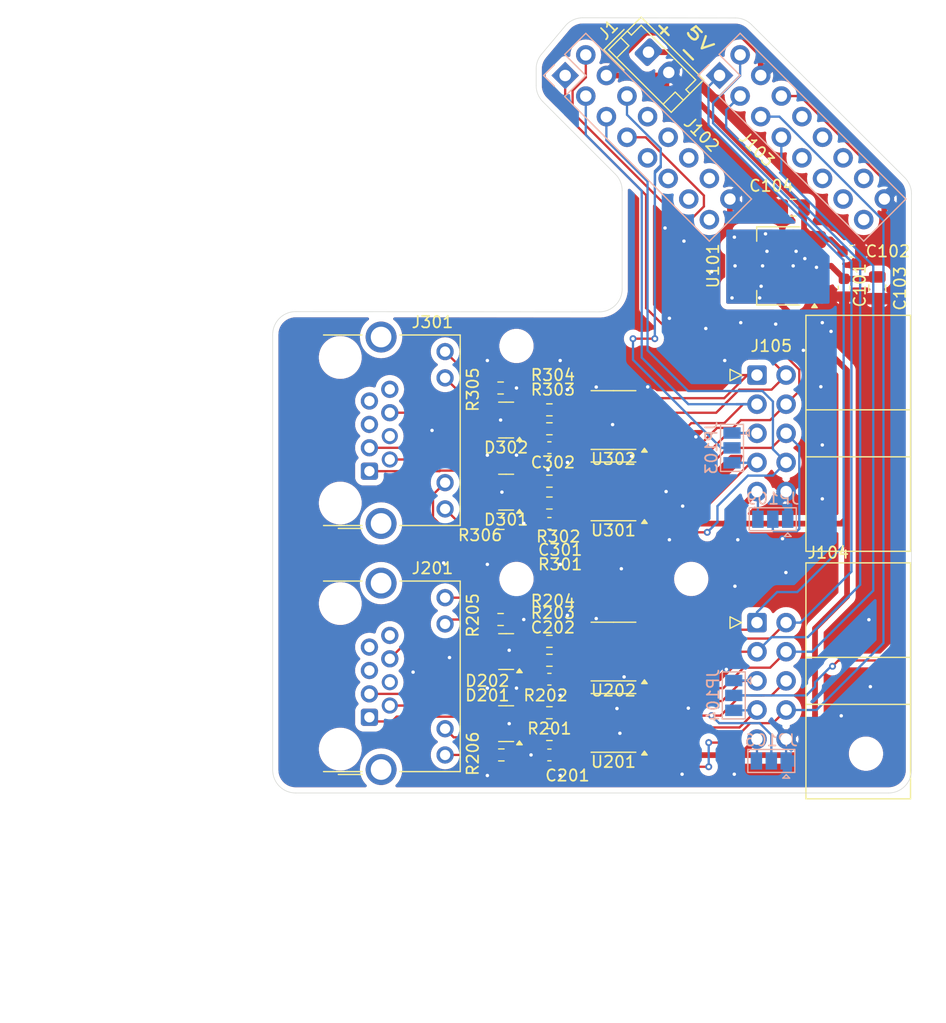
<source format=kicad_pcb>
(kicad_pcb (version 20240108) (generator "pcbnew") (generator_version "8.0")
  (layers (0 "F.Cu" signal) (31 "B.Cu" signal) (34 "B.Paste" user) (35 "F.Paste" user) (36 "B.SilkS" user "B.Silkscreen") (37 "F.SilkS" user "F.Silkscreen") (38 "B.Mask" user) (39 "F.Mask" user) (44 "Edge.Cuts" user))
  (net 0 "")
  (net 1 "GND")
  (net 2 "/VCC_5V")
  (net 3 "Net-(D201-A1)")
  (net 4 "/D2_5")
  (net 8 "/D1_5")
  (net 10 "/I1U1RX")
  (net 13 "/I1U1TX")
  (net 14 "/I1L1")
  (net 16 "/I1L2")
  (net 17 "/I1I1DIR")
  (net 19 "Net-(D201-A2)")
  (net 20 "+3V3")
  (net 21 "Net-(D202-A1)")
  (net 22 "Net-(D202-A2)")
  (net 23 "Net-(D301-A1)")
  (net 24 "Net-(D301-A2)")
  (net 25 "Net-(D302-A1)")
  (net 26 "Net-(D302-A2)")
  (net 35 "Net-(J201-Pad11)")
  (net 40 "Net-(J201-Pad9)")
  (net 42 "Net-(J301-Pad9)")
  (net 44 "Net-(J301-Pad11)")
  (net 47 "Net-(U201-B)")
  (net 48 "Net-(U201-A)")
  (net 49 "Net-(U202-B)")
  (net 50 "Net-(U202-A)")
  (net 51 "Net-(U301-B)")
  (net 52 "Net-(U301-A)")
  (net 53 "Net-(U302-B)")
  (net 54 "Net-(U302-A)")
  (net 55 "/I2U2TX")
  (net 56 "/I2U2RX")
  (net 57 "/I2DIR")
  (net 58 "/I0U2TX")
  (net 59 "/I0U2RX")
  (net 60 "/I0U2DIR")
  (net 61 "/I0U1DIR")
  (net 62 "/I0U1RX")
  (net 63 "/I0U1TX")
  (net 64 "/I0L1")
  (net 65 "/I0L2")
  (footprint "Capacitor_SMD:C_0805_2012Metric" (layer "F.Cu") (at 75.5396 40.9194 -90)
    (property "Reference" "C103")
    (property "Value" "4.7uF")
  )
  (footprint "Package_TO_SOT_SMD:SOT-23" (layer "F.Cu") (at 43.1728 58.74 180)
    (property "Reference" "D301")
    (property "Value" "CDSOT23-SM712")
  )
  (footprint "Capacitor_SMD:C_0603_1608Metric" (layer "F.Cu") (at 46.9472 54.864)
    (property "Reference" "C302")
    (property "Value" "100nF")
  )
  (footprint "Capacitor_SMD:C_0805_2012Metric" (layer "F.Cu") (at 68.207 33.925 180)
    (property "Reference" "C104")
    (property "Value" "4.7uF")
  )
  (footprint "Package_SO:SOIC-8_3.9x4.9mm_P1.27mm" (layer "F.Cu") (at 52.5352 58.674 180)
    (property "Reference" "U301")
    (property "Value" "THVD1450DR")
  )
  (footprint "Resistor_SMD:R_0603_1608Metric" (layer "F.Cu") (at 46.9472 71.755)
    (property "Reference" "R204")
    (property "Value" "10")
  )
  (footprint "Connector_IDC:IDC-Header_2x05_P2.54mm_Horizontal" (layer "F.Cu") (at 65.0495 70.12)
    (property "Reference" "J104")
    (property "Value" "Conn_01x08")
  )
  (footprint "Connector_IDC:IDC-Header_2x05_P2.54mm_Horizontal" (layer "F.Cu") (at 65.0495 48.53)
    (property "Reference" "J105")
    (property "Value" "Conn_01x08")
  )
  (footprint "Connector_RJ:RJ45_Connfly_DS1128-09-S8xx-S_Horizontal" (layer "F.Cu") (at 31.25 56.912 90)
    (property "Reference" "J301")
    (property "Value" "DS1128-09-S8B8S")
  )
  (footprint "Package_SO:SOIC-8_3.9x4.9mm_P1.27mm" (layer "F.Cu") (at 52.5352 72.644 180)
    (property "Reference" "U202")
    (property "Value" "THVD1450DR")
  )
  (footprint "Resistor_SMD:R_0603_1608Metric" (layer "F.Cu") (at 46.9472 51.562)
    (property "Reference" "R304")
    (property "Value" "10")
  )
  (footprint "Resistor_SMD:R_0603_1608Metric" (layer "F.Cu") (at 42.6932 49.657 180)
    (property "Reference" "R305")
    (property "Value" "1k")
  )
  (footprint "Resistor_SMD:R_0603_1608Metric" (layer "F.Cu") (at 42.7562 81.661 180)
    (property "Reference" "R206")
    (property "Value" "1k")
  )
  (footprint "MountingHole:MountingHole_2.5mm" (layer "F.Cu") (at 44.077 66.31)
    (property "Reference" "H102" (hide yes))
    (property "Value" "MountingHole")
  )
  (footprint "Resistor_SMD:R_0603_1608Metric" (layer "F.Cu") (at 46.9472 57.785 180)
    (property "Reference" "R302")
    (property "Value" "10")
  )
  (footprint "Package_TO_SOT_SMD:SOT-23" (layer "F.Cu") (at 43.172799 72.644 180)
    (property "Reference" "D202")
    (property "Value" "CDSOT23-SM712")
  )
  (footprint "Package_TO_SOT_SMD:SOT-23" (layer "F.Cu") (at 43.172799 52.451 180)
    (property "Reference" "D302")
    (property "Value" "CDSOT23-SM712")
  )
  (footprint "Connector_RJ:RJ45_Connfly_DS1128-09-S8xx-S_Horizontal" (layer "F.Cu") (at 31.25 78.375 90)
    (property "Reference" "J201")
    (property "Value" "DS1128-09-S8B8S")
  )
  (footprint "Capacitor_SMD:C_0603_1608Metric" (layer "F.Cu") (at 46.9472 61.468)
    (property "Reference" "C301")
    (property "Value" "100nF")
  )
  (footprint "Capacitor_SMD:C_0603_1608Metric" (layer "F.Cu") (at 46.9472 75.057)
    (property "Reference" "C202")
    (property "Value" "100nF")
  )
  (footprint "Package_TO_SOT_SMD:SOT-223-3_TabPin2" (layer "F.Cu") (at 66.937 39.005 180)
    (property "Reference" "U101")
    (property "Value" "LM317_SOT-223")
  )
  (footprint "Resistor_SMD:R_0603_1608Metric" (layer "F.Cu") (at 42.6932 69.85 180)
    (property "Reference" "R205")
    (property "Value" "1k")
  )
  (footprint "MountingHole:MountingHole_2.5mm" (layer "F.Cu") (at 59.317 66.31)
    (property "Reference" "H103" (hide yes))
    (property "Value" "MountingHole")
  )
  (footprint "Resistor_SMD:R_0603_1608Metric" (layer "F.Cu") (at 46.9472 53.213)
    (property "Reference" "R303")
    (property "Value" "10")
  )
  (footprint "Capacitor_SMD:C_0603_1608Metric" (layer "F.Cu") (at 73.287 37.735)
    (property "Reference" "C102")
    (property "Value" "100nF")
  )
  (footprint "MountingHole:MountingHole_2.5mm" (layer "F.Cu") (at 44.077 45.99)
    (property "Reference" "H101" (hide yes))
    (property "Value" "MountingHole")
  )
  (footprint "Resistor_SMD:R_0603_1608Metric" (layer "F.Cu") (at 46.9472 59.69 180)
    (property "Reference" "R301")
    (property "Value" "10")
  )
  (footprint "Capacitor_SMD:C_0603_1608Metric" (layer "F.Cu") (at 46.9472 81.661)
    (property "Reference" "C201")
    (property "Value" "100nF")
  )
  (footprint "Connector_JST:JST_EH_B2B-EH-A_1x02_P2.50mm_Vertical" (layer "F.Cu") (at 55.589248 20.366984 -45)
    (property "Reference" "J1")
    (property "Value" "Conn_01x02_Pin")
  )
  (footprint "Package_SO:SOIC-8_3.9x4.9mm_P1.27mm" (layer "F.Cu") (at 52.5352 78.867 180)
    (property "Reference" "U201")
    (property "Value" "THVD1450DR")
  )
  (footprint "Package_TO_SOT_SMD:SOT-23" (layer "F.Cu") (at 43.1728 78.933 180)
    (property "Reference" "D201")
    (property "Value" "CDSOT23-SM712")
  )
  (footprint "Resistor_SMD:R_0603_1608Metric" (layer "F.Cu") (at 46.9472 77.978 180)
    (property "Reference" "R202")
    (property "Value" "10")
  )
  (footprint "Resistor_SMD:R_0603_1608Metric" (layer "F.Cu") (at 46.9472 79.883 180)
    (property "Reference" "R201")
    (property "Value" "10")
  )
  (footprint "MountingHole:MountingHole_2.5mm" (layer "F.Cu") (at 74.557 81.55)
    (property "Reference" "H104" (hide yes))
    (property "Value" "MountingHole")
  )
  (footprint "Capacitor_SMD:C_0603_1608Metric" (layer "F.Cu") (at 72.652 40.91 90)
    (property "Reference" "C101")
    (property "Value" "100nF")
  )
  (footprint "Resistor_SMD:R_0603_1608Metric" (layer "F.Cu") (at 42.7562 61.468 180)
    (property "Reference" "R306")
    (property "Value" "1k")
  )
  (footprint "Resistor_SMD:R_0603_1608Metric" (layer "F.Cu") (at 46.9472 73.406)
    (property "Reference" "R203")
    (property "Value" "10")
  )
  (footprint "Package_SO:SOIC-8_3.9x4.9mm_P1.27mm" (layer "F.Cu") (at 52.5352 52.451 180)
    (property "Reference" "U302")
    (property "Value" "THVD1450DR")
  )
  (footprint "Connector_PinSocket_2.54mm:PinSocket_2x08_P2.54mm_Vertical" (layer "B.Cu") (at 48.324846 22.400051 -135)
    (property "Reference" "J102")
    (property "Value" "Conn_02x08_Odd_Even" (hide yes))
  )
  (footprint "Jumper:SolderJumper-3_P1.3mm_Open_Pad1.0x1.5mm" (layer "B.Cu") (at 66.302 82.185 180)
    (property "Reference" "JP106")
    (property "Value" "Jumper_3_Open")
  )
  (footprint "Jumper:SolderJumper-3_P1.3mm_Open_Pad1.0x1.5mm" (layer "B.Cu") (at 62.873 54.88 -90)
    (property "Reference" "JP103")
    (property "Value" "Jumper_3_Open")
  )
  (footprint "Jumper:SolderJumper-3_P1.3mm_Open_Pad1.0x1.5mm" (layer "B.Cu") (at 66.429 61.103 180)
    (property "Reference" "JP109")
    (property "Value" "Jumper_3_Open")
  )
  (footprint "Jumper:SolderJumper-3_P1.3mm_Open_Pad1.0x1.5mm" (layer "B.Cu") (at 63.0254 76.47 -90)
    (property "Reference" "JP104")
    (property "Value" "Jumper_3_Open")
  )
  (footprint "Connector_PinSocket_2.54mm:PinSocket_2x08_P2.54mm_Vertical" (layer "B.Cu") (at 61.786846 22.396051 -135)
    (property "Reference" "J103")
    (property "Value" "Conn_02x08_Odd_Even" (hide yes))
  )
  (gr_line (start 48.328124 18.079183) (end 46.26021 20.542256) (stroke (width 0.05)) (layer "Edge.Cuts"))
  (gr_line (start 45.791947 21.828251) (end 45.791947 23.271573) (stroke (width 0.05)) (layer "Edge.Cuts"))
  (gr_arc (start 22.8172 44.994468) (mid 23.403576 43.579665) (end 24.818867 42.994468) (stroke (width 0.05)) (layer "Edge.Cuts"))
  (gr_arc (start 52.706161 31.014214) (mid 53.139678 31.66307) (end 53.291947 32.428427) (stroke (width 0.05)) (layer "Edge.Cuts"))
  (gr_arc (start 63.164279 17.379133) (mid 63.927827 17.531483) (end 64.575335 17.96386) (stroke (width 0.05)) (layer "Edge.Cuts"))
  (gr_line (start 51.29028 43.016532) (end 24.818867 42.994468) (stroke (width 0.05)) (layer "Edge.Cuts"))
  (gr_arc (start 45.791947 21.828251) (mid 45.912652 21.143955) (end 46.26021 20.542256) (stroke (width 0.05)) (layer "Edge.Cuts"))
  (gr_line (start 63.164279 17.379133) (end 49.861959 17.365179) (stroke (width 0.05)) (layer "Edge.Cuts"))
  (gr_arc (start 53.291947 41.016532) (mid 52.705567 42.43133) (end 51.29028 43.016532) (stroke (width 0.05)) (layer "Edge.Cuts"))
  (gr_arc (start 24.8172 84.979) (mid 23.402986 84.393214) (end 22.8172 82.979) (stroke (width 0.05)) (layer "Edge.Cuts"))
  (gr_arc (start 46.377734 24.685787) (mid 45.944187 24.036941) (end 45.791947 23.271573) (stroke (width 0.05)) (layer "Edge.Cuts"))
  (gr_line (start 53.291947 32.428427) (end 53.291947 41.016532) (stroke (width 0.05)) (layer "Edge.Cuts"))
  (gr_line (start 22.8172 44.994468) (end 22.8172 82.979) (stroke (width 0.05)) (layer "Edge.Cuts"))
  (gr_line (start 77.938501 31.307032) (end 64.575335 17.96386) (stroke (width 0.05)) (layer "Edge.Cuts"))
  (gr_arc (start 77.938501 31.307032) (mid 78.372808 31.956248) (end 78.525347 32.722304) (stroke (width 0.05)) (layer "Edge.Cuts"))
  (gr_line (start 78.525347 82.979) (end 78.525347 32.722304) (stroke (width 0.05)) (layer "Edge.Cuts"))
  (gr_arc (start 48.328124 18.079183) (mid 49.015822 17.551996) (end 49.861959 17.365179) (stroke (width 0.05)) (layer "Edge.Cuts"))
  (gr_line (start 46.377734 24.685787) (end 52.706161 31.014214) (stroke (width 0.05)) (layer "Edge.Cuts"))
  (gr_arc (start 78.525347 82.979) (mid 77.939557 84.393195) (end 76.525347 84.979) (stroke (width 0.05)) (layer "Edge.Cuts"))
  (gr_line (start 24.8172 84.979) (end 76.525347 84.979) (stroke (width 0.05)) (layer "Edge.Cuts"))
  (gr_text "  5V\n+ -" (at 55.8292 18.0848 315) (layer "F.SilkS") (effects (font (size 1 1.5) (thickness 0.2) (bold yes)) (justify left bottom)))
  (segment (start 64.545001 31.212999) (end 57.15 23.817999) (width 0.5) (layer "F.Cu") (net 1))
  (segment (start 75.192 41.859999) (end 72.826999 41.859999) (width 0.5) (layer "F.Cu") (net 1))
  (segment (start 55.368828 18.669) (end 63.490375 18.669) (width 0.5) (layer "F.Cu") (net 1))
  (segment (start 46.1722 55.611) (end 46.8222 56.261) (width 0.2) (layer "F.Cu") (net 1))
  (segment (start 64.545001 31.324613) (end 64.545001 31.212999) (width 0.5) (layer "F.Cu") (net 1))
  (segment (start 46.8222 56.261) (end 46.8222 56.769) (width 0.2) (layer "F.Cu") (net 1))
  (segment (start 42.235298 72.644) (end 43.328 72.644) (width 0.2) (layer "F.Cu") (net 1))
  (segment (start 46.8222 56.769) (end 46.8222 56.785) (width 0.2) (layer "F.Cu") (net 1))
  (segment (start 44.077 49.657) (end 45.404848 49.657) (width 0.2) (layer "F.Cu") (net 1))
  (segment (start 46.8222 74.407) (end 46.1722 75.057) (width 0.2) (layer "F.Cu") (net 1))
  (segment (start 51.916948 22.400051) (end 57.091715 22.400051) (width 0.5) (layer "F.Cu") (net 1))
  (segment (start 51.032 69.7672) (end 50.0602 70.739) (width 0.2) (layer "F.Cu") (net 1))
  (segment (start 46.1722 81.661) (end 44.712 81.661) (width 0.2) (layer "F.Cu") (net 1))
  (segment (start 74.062 37.735) (end 74.688877 37.735) (width 0.5) (layer "F.Cu") (net 1))
  (segment (start 47.350552 50.546) (end 46.8222 51.074352) (width 0.2) (layer "F.Cu") (net 1))
  (segment (start 46.8222 52.049648) (end 46.534848 52.337) (width 0.2) (layer "F.Cu") (net 1))
  (segment (start 46.8222 51.074352) (end 46.8222 51.689) (width 0.2) (layer "F.Cu") (net 1))
  (segment (start 46.534848 52.337) (end 42.807 52.337) (width 0.2) (layer "F.Cu") (net 1))
  (segment (start 46.8222 71.882) (end 46.8222 73.66) (width 0.2) (layer "F.Cu") (net 1))
  (segment (start 46.1722 61.468) (end 43.5812 61.468) (width 0.2) (layer "F.Cu") (net 1))
  (segment (start 68.602 41.305) (end 70.087 41.305) (width 0.5) (layer "F.Cu") (net 1))
  (segment (start 46.8222 73.66) (end 46.8222 74.407) (width 0.2) (layer "F.Cu") (net 1))
  (segment (start 57.15 23.817999) (end 57.15 22.341766) (width 0.5) (layer "F.Cu") (net 1))
  (segment (start 77.097 41.545) (end 77.097 38.37) (width 0.5) (layer "F.Cu") (net 1))
  (segment (start 46.8222 80.137) (end 46.8222 77.851) (width 0.2) (layer "F.Cu") (net 1))
  (segment (start 65.378948 20.557573) (end 65.378948 22.396051) (width 0.5) (layer "F.Cu") (net 1))
  (segment (start 46.1722 75.804) (end 46.8222 76.454) (width 0.2) (layer "F.Cu") (net 1))
  (segment (start 57.15 22.341766) (end 57.357015 22.134751) (width 0.5) (layer "F.Cu") (net 1))
  (segment (start 46.8222 80.137) (end 46.8222 81.011) (width 0.2) (layer "F.Cu") (net 1))
  (segment (start 44.712 81.661) (end 45.347 81.661) (width 0.2) (layer "F.Cu") (net 1))
  (segment (start 46.1722 54.864) (end 46.1722 55.611) (width 0.2) (layer "F.Cu") (net 1))
  (segment (start 43.328 72.644) (end 43.442 72.53) (width 0.2) (layer "F.Cu") (net 1))
  (segment (start 43.5182 69.85) (end 45.404848 69.85) (width 0.2) (layer "F.Cu") (net 1))
  (segment (start 62.693256 35.755744) (end 60.968 37.481) (width 0.5) (layer "F.Cu") (net 1))
  (segment (start 46.8222 57.658) (end 46.8222 58.272648) (width 0.2) (layer "F.Cu") (net 1))
  (segment (start 76.462 37.735) (end 74.062 37.735) (width 0.5) (layer "F.Cu") (net 1))
  (segment (start 46.8222 51.689) (end 46.8222 53.467) (width 0.2) (layer "F.Cu") (net 1))
  (segment (start 67.257001 33.925) (end 64.545001 31.212999) (width 0.5) (layer "F.Cu") (net 1))
  (segment (start 46.534848 72.53) (end 43.442 72.53) (width 0.2) (layer "F.Cu") (net 1))
  (segment (start 46.8222 77.851) (end 46.8222 78.465648) (width 0.2) (layer "F.Cu") (net 1))
  (segment (start 72.652 41.685) (end 70.467 41.685) (width 0.5) (layer "F.Cu") (net 1))
  (segment (start 51.916948 22.12088) (end 55.368828 18.669) (width 0.5) (layer "F.Cu") (net 1))
  (segment (start 62.693256 33.176358) (end 64.545001 31.324613) (width 0.5) (layer "F.Cu") (net 1))
  (segment (start 67.257001 39.960001) (end 68.602 41.305) (width 0.5) (layer "F.Cu") (net 1))
  (segment (start 46.8222 76.454) (end 46.8222 76.962) (width 0.2) (layer "F.Cu") (net 1))
  (segment (start 43.5182 49.657) (end 44.077 49.657) (width 0.2) (layer "F.Cu") (net 1))
  (segment (start 46.8222 56.769) (end 46.8222 57.658) (width 0.2) (layer "F.Cu") (net 1))
  (segment (start 46.8222 59.944) (end 46.8222 60.818) (width 0.2) (layer "F.Cu") (net 1))
  (segment (start 76.155256 36.268621) (end 76.155256 33.172358) (width 0.5) (layer "F.Cu") (net 1))
  (segment (start 46.1722 75.057) (end 46.1722 75.804) (width 0.2) (layer "F.Cu") (net 1))
  (segment (start 47.350552 70.739) (end 46.8222 71.267352) (width 0.2) (layer "F.Cu") (net 1))
  (segment (start 50.0602 70.739) (end 47.350552 70.739) (width 0.2) (layer "F.Cu") (net 1))
  (segment (start 60.968 39.386) (end 61.095 39.513) (width 0.5) (layer "F.Cu") (net 1))
  (segment (start 46.8222 78.465648) (end 46.354848 78.933) (width 0.2) (layer "F.Cu") (net 1))
  (segment (start 44.712 81.661) (end 43.5812 81.661) (width 0.2) (layer "F.Cu") (net 1))
  (segment (start 57.091715 22.400051) (end 57.357015 22.134751) (width 0.5) (layer "F.Cu") (net 1))
  (segment (start 46.8222 59.944) (end 46.8222 57.658) (width 0.2) (layer "F.Cu") (net 1))
  (segment (start 50.0602 56.769) (end 46.8222 56.769) (width 0.2) (layer "F.Cu") (net 1))
  (segment (start 67.257001 33.925) (end 67.257001 39.960001) (width 0.5) (layer "F.Cu") (net 1))
  (segment (start 76.782001 41.859999) (end 77.097 41.545) (width 0.5) (layer "F.Cu") (net 1))
  (segment (start 45.404848 49.657) (end 46.8222 51.074352) (width 0.2) (layer "F.Cu") (net 1))
  (segment (start 46.8222 53.467) (end 46.8222 54.214) (width 0.2) (layer "F.Cu") (net 1))
  (segment (start 46.8222 81.011) (end 46.1722 81.661) (width 0.2) (layer "F.Cu") (net 1))
  (segment (start 46.8222 76.962) (end 46.8222 77.851) (width 0.2) (layer "F.Cu") (net 1))
  (segment (start 46.8222 58.272648) (end 46.354848 58.74) (width 0.2) (layer "F.Cu") (net 1))
  (segment (start 63.490375 18.669) (end 65.378948 20.557573) (width 0.5) (layer "F.Cu") (net 1))
  (segment (start 75.192 41.859999) (end 76.782001 41.859999) (width 0.5) (layer "F.Cu") (net 1))
  (segment (start 74.688877 37.735) (end 76.155256 36.268621) (width 0.5) (layer "F.Cu") (net 1))
  (segment (start 46.8222 54.214) (end 46.1722 54.864) (width 0.2) (layer "F.Cu") (net 1))
  (segment (start 46.8222 71.882) (end 46.8222 72.242648) (width 0.2) (layer "F.Cu") (net 1))
  (segment (start 42.235299 78.933) (end 43.442 78.933) (width 0.2) (layer "F.Cu") (net 1))
  (segment (start 46.8222 51.689) (end 46.8222 52.049648) (width 0.2) (layer "F.Cu") (net 1))
  (segment (start 45.404848 69.85) (end 46.8222 71.267352) (width 0.2) (layer "F.Cu") (net 1))
  (segment (start 46.8222 60.818) (end 46.1722 61.468) (width 0.2) (layer "F.Cu") (net 1))
  (segment (start 50.0602 76.962) (end 46.8222 76.962) (width 0.2) (layer "F.Cu") (net 1))
  (segment (start 77.097 38.37) (end 76.462 37.735) (width 0.5) (layer "F.Cu") (net 1))
  (segment (start 46.354848 78.933) (end 43.442 78.933) (width 0.2) (layer "F.Cu") (net 1))
  (segment (start 50.0602 50.546) (end 51.032 49.5742) (width 0.2) (layer "F.Cu") (net 1))
  (segment (start 60.968 37.481) (end 60.968 39.386) (width 0.5) (layer "F.Cu") (net 1))
  (segment (start 62.693256 33.176358) (end 62.693256 35.755744) (width 0.5) (layer "F.Cu") (net 1))
  (segment (start 46.354848 58.74) (end 42.807 58.74) (width 0.2) (layer "F.Cu") (net 1))
  (segment (start 50.0602 50.546) (end 47.350552 50.546) (width 0.2) (layer "F.Cu") (net 1))
  (segment (start 46.8222 71.267352) (end 46.8222 71.882) (width 0.2) (layer "F.Cu") (net 1))
  (segment (start 46.8222 72.242648) (end 46.534848 72.53) (width 0.2) (layer "F.Cu") (net 1))
  (segment (start 51.916948 22.400051) (end 51.916948 22.12088) (width 0.5) (layer "F.Cu") (net 1))
  (via (at 47.887 76.47) (size 0.6) (drill 0.3) (layers "F.Cu" "B.Cu") (net 1))
  (via (at 74.938 75.708) (size 0.6) (drill 0.3) (layers "F.Cu" "B.Cu") (net 1))
  (via (at 44.077 49.657) (size 0.6) (drill 0.3) (layers "F.Cu" "B.Cu") (net 1))
  (via (at 71.509 44.72) (size 0.6) (drill 0.3) (layers "F.Cu" "B.Cu") (net 1))
  (via (at 57.412 62.893) (size 0.6) (drill 0.3) (layers "F.Cu" "B.Cu") (net 1))
  (via (at 41.537 75.835) (size 0.6) (drill 0.3) (layers "F.Cu" "B.Cu") (net 1))
  (via (at 47.887 65.04) (size 0.6) (drill 0.3) (layers "F.Cu" "B.Cu") (net 1))
  (via (at 48.522 49.8) (size 0.6) (drill 0.3) (layers "F.Cu" "B.Cu") (net 1))
  (via (at 60.587 44.466) (size 0.6) (drill 0.3) (layers "F.Cu" "B.Cu") (net 1))
  (via (at 41.537 47.26) (size 0.6) (drill 0.3) (layers "F.Cu" "B.Cu") (net 1))
  (via (at 47.887 83.455) (size 0.6) (drill 0.3) (layers "F.Cu" "B.Cu") (net 1))
  (via (at 58.57 59.959) (size 0.6) (drill 0.3) (layers "F.Cu" "B.Cu") (net 1))
  (via (at 45.347 81.661) (size 0.6) (drill 0.3) (layers "F.Cu" "B.Cu") (net 1))
  (via (at 42.693 52.451) (size 0.6) (drill 0.3) (layers "F.Cu" "B.Cu") (net 1))
  (via (at 69.096 46.371) (size 0.6) (drill 0.3) (layers "F.Cu" "B.Cu") (net 1))
  (via (at 38.235 73.168) (size 0.6) (drill 0.3) (layers "F.Cu" "B.Cu") (net 1))
  (via (at 43.442 78.933) (size 0.6) (drill 0.3) (layers "F.Cu" "B.Cu") (net 1))
  (via (at 53.4622 74.856147) (size 0.6) (drill 0.3) (layers "F.Cu" "B.Cu") (net 1))
  (via (at 74.811 69.866) (size 0.6) (drill 0.3) (layers "F.Cu" "B.Cu") (net 1))
  (via (at 63.127 66.945) (size 0.6) (drill 0.3) (layers "F.Cu" "B.Cu") (net 1))
  (via (at 44.712 61.468) (size 0.6) (drill 0.3) (layers "F.Cu" "B.Cu") (net 1))
  (via (at 41.537 65.04) (size 0.6) (drill 0.3) (layers "F.Cu" "B.Cu") (net 1))
  (via (at 53.221 65.421) (size 0.6) (drill 0.3) (layers "F.Cu" "B.Cu") (net 1))
  (via (at 44.077 75.835) (size 0.6) (drill 0.3) (layers "F.Cu" "B.Cu") (net 1))
  (via (at 47.887 47.26) (size 0.6) (drill 0.3) (layers "F.Cu" "B.Cu") (net 1))
  (via (at 51.032 49.5742) (size 0.6) (drill 0.3) (layers "F.Cu" "B.Cu") (net 1))
  (via (at 57.031 35.703) (size 0.6) (drill 0.3) (layers "F.Cu" "B.Cu") (net 1))
  (via (at 44.077 55.515) (size 0.6) (drill 0.3) (layers "F.Cu" "B.Cu") (net 1))
  (via (at 57.124406 58.689) (size 0.6) (drill 0.3) (layers "F.Cu" "B.Cu") (net 1))
  (via (at 53.094 79.772) (size 0.6) (drill 0.3) (layers "F.Cu" "B.Cu") (net 1))
  (via (at 41.537 83.455) (size 0.6) (drill 0.3) (layers "F.Cu" "B.Cu") (net 1))
  (via (at 52.459 52.848) (size 0.6) (drill 0.3) (layers "F.Cu" "B.Cu") (net 1))
  (via (at 66.683 44.085) (size 0.6) (drill 0.3) (layers "F.Cu" "B.Cu") (net 1))
  (via (at 54.117355 55.606) (size 0.6) (drill 0.3) (layers "F.Cu" "B.Cu") (net 1))
  (via (at 63.635 43.958) (size 0.6) (drill 0.3) (layers "F.Cu" "B.Cu") (net 1))
  (via (at 37.727 64.913) (size 0.6) (drill 0.3) (layers "F.Cu" "B.Cu") (net 1))
  (via (at 46.8222 56.785) (size 0.6) (drill 0.3) (layers "F.Cu" "B.Cu") (net 1))
  (via (at 62.38012 74.19912) (size 0.6) (drill 0.3) (layers "F.Cu" "B.Cu") (net 1))
  (via (at 35.06 74.438) (size 0.6) (drill 0.3) (layers "F.Cu" "B.Cu") (net 1))
  (via (at 43.442 72.53) (size 0.6) (drill 0.3) (layers "F.Cu" "B.Cu") (net 1))
  (via (at 36.711 53.356) (size 0.6) (drill 0.3) (layers "F.Cu" "B.Cu") (net 1))
  (via (at 58.518904 83.343) (size 0.6) (drill 0.3) (layers "F.Cu" "B.Cu") (net 1))
  (via (at 61.095 39.513) (size 0.6) (drill 0.3) (layers "F.Cu" "B.Cu") (net 1))
  (via (at 59.7234 53.9148) (size 0.6) (drill 0.3) (layers "F.Cu" "B.Cu") (net 1))
  (via (at 67.572 65.7512) (size 0.6) (drill 0.3) (layers "F.Cu" "B.Cu") (net 1))
  (via (at 63.377014 62.893) (size 0.6) (drill 0.3) (layers "F.Cu" "B.Cu") (net 1))
  (via (at 57.412 43.577) (size 0.6) (drill 0.3) (layers "F.Cu" "B.Cu") (net 1))
  (via (at 58.682 36.846) (size 0.6) (drill 0.3) (layers "F.Cu" "B.Cu") (net 1))
  (via (at 63.071767 83.343) (size 0.6) (drill 0.3) (layers "F.Cu" "B.Cu") (net 1))
  (via (at 48.522 69.485) (size 0.6) (drill 0.3) (layers "F.Cu" "B.Cu") (net 1))
  (via (at 67.275075 62.803) (size 0.6) (drill 0.3) (layers "F.Cu" "B.Cu") (net 1))
  (via (at 72.398 78.248) (size 0.6) (drill 0.3) (layers "F.Cu" "B.Cu") (net 1))
  (via (at 52.84 77.613) (size 0.6) (drill 0.3) (layers "F.Cu" "B.Cu") (net 1))
  (via (at 62.238 47.26) (size 0.6) (drill 0.3) (layers "F.Cu" "B.Cu") (net 1))
  (via (at 41.537 55.515) (size 0.6) (drill 0.3) (layers "F.Cu" "B.Cu") (net 1))
  (via (at 55.522121 49.561) (size 0.6) (drill 0.3) (layers "F.Cu" "B.Cu") (net 1))
  (via (at 48.522 56.15) (size 0.6) (drill 0.3) (layers "F.Cu" "B.Cu") (net 1))
  (via (at 70.747 59.325) (size 0.6) (drill 0.3) (layers "F.Cu" "B.Cu") (net 1))
  (via (at 59.063 77.582) (size 0.6) (drill 0.3) (layers "F.Cu" "B.Cu") (net 1))
  (via (at 70.747 43.958) (size 0.6) (drill 0.3) (layers "F.Cu" "B.Cu") (net 1))
  (via (at 70.62 49.546) (size 0.6) (drill 0.3) (layers "F.Cu" "B.Cu") (net 1))
  (via (at 42.807 58.74) (size 0.6) (drill 0.3) (layers "F.Cu" "B.Cu") (net 1))
  (via (at 70.747 54.626) (size 0.6) (drill 0.3) (layers "F.Cu" "B.Cu") (net 1))
  (via (at 44.712 69.85) (size 0.6) (drill 0.3) (layers "F.Cu" "B.Cu") (net 1))
  (via (at 51.032 69.7672) (size 0.6) (drill 0.3) (layers "F.Cu" "B.Cu") (net 1))
  (segment (start 67.5895 80.28) (end 67.5895 82.1725) (width 0.2) (layer "B.Cu") (net 1))
  (segment (start 67.729 61.103) (end 67.729 58.8295) (width 0.2) (layer "B.Cu") (net 1))
  (segment (start 67.5895 82.1725) (end 67.602 82.185) (width 0.2) (layer "B.Cu") (net 1))
  (segment (start 67.729 58.8295) (end 67.5895 58.69) (width 0.2) (layer "B.Cu") (net 1))
  (segment (start 58.928 23.696001) (end 69.156999 33.925) (width 0.5) (layer "F.Cu") (net 2))
  (segment (start 71.482 36.705) (end 72.512 37.735) (width 0.5) (layer "F.Cu") (net 2))
  (segment (start 57.639858 20.366984) (end 58.928 21.655126) (width 0.5) (layer "F.Cu") (net 2))
  (segment (start 69.156999 35.774999) (end 70.087 36.705) (width 0.5) (layer "F.Cu") (net 2))
  (segment (start 70.087 36.705) (end 71.482 36.705) (width 0.5) (layer "F.Cu") (net 2))
  (segment (start 69.156999 33.925) (end 69.156999 35.774999) (width 0.5) (layer "F.Cu") (net 2))
  (segment (start 58.928 21.655126) (end 58.928 23.696001) (width 0.5) (layer "F.Cu") (net 2))
  (segment (start 55.589248 20.366984) (end 57.639858 20.366984) (width 0.5) (layer "F.Cu") (net 2))
  (segment (start 31.615 78.74) (end 33.2058 78.74) (width 0.2) (layer "F.Cu") (net 3))
  (segment (start 44.1103 79.883) (end 46.1222 79.883) (width 0.2) (layer "F.Cu") (net 3))
  (segment (start 40.678201 79.583001) (end 43.810301 79.583001) (width 0.2) (layer "F.Cu") (net 3))
  (segment (start 39.4202 78.325) (end 40.678201 79.583001) (width 0.2) (layer "F.Cu") (net 3))
  (segment (start 33.2058 78.74) (end 33.6208 78.325) (width 0.2) (layer "F.Cu") (net 3))
  (segment (start 33.6208 78.325) (end 39.4202 78.325) (width 0.2) (layer "F.Cu") (net 3))
  (segment (start 43.810301 79.583001) (end 44.1103 79.883) (width 0.2) (layer "F.Cu") (net 3))
  (segment (start 77.859 71.644) (end 76.081 73.422) (width 0.2) (layer "F.Cu") (net 4))
  (segment (start 77.859 69.104) (end 77.859 71.644) (width 0.2) (layer "F.Cu") (net 4))
  (segment (start 67.175 24.192102) (end 68.801346 24.192102) (width 0.2) (layer "F.Cu") (net 4))
  (segment (start 70.493 25.924) (end 70.533244 25.924) (width 0.2) (layer "F.Cu") (net 4))
  (segment (start 68.801346 24.192102) (end 70.493 25.883756) (width 0.2) (layer "F.Cu") (net 4))
  (segment (start 76.081 73.422) (end 72.144 73.422) (width 0.2) (layer "F.Cu") (net 4))
  (segment (start 72.144 73.422) (end 71.636 73.93) (width 0.2) (layer "F.Cu") (net 4))
  (segment (start 77.859 33.249756) (end 77.859 69.104) (width 0.2) (layer "F.Cu") (net 4))
  (segment (start 70.493 25.883756) (end 70.493 25.924) (width 0.2) (layer "F.Cu") (net 4))
  (segment (start 70.533244 25.924) (end 77.859 33.249756) (width 0.2) (layer "F.Cu") (net 4))
  (via (at 71.636 73.93) (size 0.6) (drill 0.3) (layers "F.Cu" "B.Cu") (net 4))
  (segment (start 64.397 76.47) (end 65.4638 76.47) (width 0.2) (layer "B.Cu") (net 4))
  (segment (start 65.4638 76.47) (end 63.0254 76.47) (width 0.2) (layer "B.Cu") (net 4))
  (segment (start 71.509 73.93) (end 71.636 73.93) (width 0.2) (layer "B.Cu") (net 4))
  (segment (start 69.35 76.47) (end 70.112 75.708) (width 0.2) (layer "B.Cu") (net 4))
  (segment (start 65.4638 76.47) (end 69.35 76.47) (width 0.2) (layer "B.Cu") (net 4))
  (segment (start 63 76.724) (end 63.134 76.59) (width 0.2) (layer "B.Cu") (net 4))
  (segment (start 70.112 75.327) (end 71.509 73.93) (width 0.2) (layer "B.Cu") (net 4))
  (segment (start 70.112 75.708) (end 70.112 75.327) (width 0.2) (layer "B.Cu") (net 4))
  (segment (start 54.237 45.355) (end 56.142 45.355) (width 0.2) (layer "F.Cu") (net 8))
  (via (at 54.237 45.355) (size 0.6) (drill 0.3) (layers "F.Cu" "B.Cu") (net 8))
  (via (at 56.142 45.355) (size 0.6) (drill 0.3) (layers "F.Cu" "B.Cu") (net 8))
  (segment (start 56.659051 29.734) (end 56.659051 30.232949) (width 0.2) (layer "B.Cu") (net 8))
  (segment (start 53.713 24.196102) (end 53.713 25.822449) (width 0.2) (layer "B.Cu") (net 8))
  (segment (start 62.873 54.88) (end 61.923 54.88) (width 0.2) (layer "B.Cu") (net 8))
  (segment (start 56.269 30.623) (end 56.155102 30.736898) (width 0.2) (layer "B.Cu") (net 8))
  (segment (start 56.659051 30.232949) (end 56.269 30.623) (width 0.2) (layer "B.Cu") (net 8))
  (segment (start 56.659051 30.400012) (end 56.659051 29.734) (width 0.2) (layer "B.Cu") (net 8))
  (segment (start 56.142 30.917063) (end 56.659051 30.400012) (width 0.2) (layer "B.Cu") (net 8))
  (segment (start 56.155102 30.736898) (end 56.155102 31.917569) (width 0.2) (layer "B.Cu") (net 8))
  (segment (start 54.237 47.194) (end 54.237 45.355) (width 0.2) (layer "B.Cu") (net 8))
  (segment (start 53.713 25.822449) (end 56.659051 28.7685) (width 0.2) (layer "B.Cu") (net 8))
  (segment (start 61.923 54.88) (end 54.237 47.194) (width 0.2) (layer "B.Cu") (net 8))
  (segment (start 56.659051 28.7685) (end 56.659051 29.734) (width 0.2) (layer "B.Cu") (net 8))
  (segment (start 56.142 45.355) (end 56.142 30.917063) (width 0.2) (layer "B.Cu") (net 8))
  (segment (start 59.317 52.721) (end 62.196419 52.721) (width 0.2) (layer "F.Cu") (net 10))
  (segment (start 62.196419 52.721) (end 63.847419 51.07) (width 0.2) (layer "F.Cu") (net 10))
  (segment (start 55.0102 54.356) (end 57.682 54.356) (width 0.2) (layer "F.Cu") (net 10))
  (segment (start 57.682 54.356) (end 59.317 52.721) (width 0.2) (layer "F.Cu") (net 10))
  (segment (start 63.847419 51.07) (end 65.0495 51.07) (width 0.2) (layer "F.Cu") (net 10))
  (segment (start 54.999 32.458525) (end 54.999 47.006) (width 0.2) (layer "B.Cu") (net 10))
  (segment (start 59.063 51.07) (end 65.0495 51.07) (width 0.2) (layer "B.Cu") (net 10))
  (segment (start 54.999 47.006) (end 59.063 51.07) (width 0.2) (layer "B.Cu") (net 10))
  (segment (start 65.0495 51.07) (end 64.9558 51.07) (width 0.2) (layer "B.Cu") (net 10))
  (segment (start 63.254 51.07) (end 65.0495 51.07) (width 0.2) (layer "B.Cu") (net 10))
  (segment (start 64.9558 51.07) (end 64.7526 50.8668) (width 0.2) (layer "B.Cu") (net 10))
  (segment (start 50.120897 27.580422) (end 54.999 32.458525) (width 0.2) (layer "B.Cu") (net 10))
  (segment (start 50.120897 24.196102) (end 50.120897 27.580422) (width 0.2) (layer "B.Cu") (net 10))
  (segment (start 48.324846 25.784371) (end 55.38 32.839525) (width 0.2) (layer "F.Cu") (net 13))
  (segment (start 64.212314 48.53) (end 65.0495 48.53) (width 0.2) (layer "F.Cu") (net 13))
  (segment (start 55.38 42.688) (end 61.222 48.53) (width 0.2) (layer "F.Cu") (net 13))
  (segment (start 62.196314 50.546) (end 64.212314 48.53) (width 0.2) (layer "F.Cu") (net 13))
  (segment (start 48.324846 22.400051) (end 48.324846 25.784371) (width 0.2) (layer "F.Cu") (net 13))
  (segment (start 61.222 48.53) (end 65.0495 48.53) (width 0.2) (layer "F.Cu") (net 13))
  (segment (start 55.38 32.839525) (end 55.38 42.688) (width 0.2) (layer "F.Cu") (net 13))
  (segment (start 55.0102 50.546) (end 62.196314 50.546) (width 0.2) (layer "F.Cu") (net 13))
  (segment (start 60.420859 33.82241) (end 59.444 34.799269) (width 0.2) (layer "F.Cu") (net 14))
  (segment (start 51.251648 48.403) (end 53.7352 50.886552) (width 0.2) (layer "F.Cu") (net 14))
  (segment (start 59.444 34.799269) (end 59.444 42.18) (width 0.2) (layer "F.Cu") (net 14))
  (segment (start 61.571346 53.133654) (end 62.968346 53.133654) (width 0.2) (layer "F.Cu") (net 14))
  (segment (start 37.85 46.482) (end 39.771 48.403) (width 0.2) (layer "F.Cu") (net 14))
  (segment (start 62.365 45.101) (end 65.786846 45.101) (width 0.2) (layer "F.Cu") (net 14))
  (segment (start 66.1995 52.46) (end 67.5895 51.07) (width 0.2) (layer "F.Cu") (net 14))
  (segment (start 63.642 52.46) (end 66.1995 52.46) (width 0.2) (layer "F.Cu") (net 14))
  (segment (start 53.7352 50.886552) (end 53.7352 54.7592) (width 0.2) (layer "F.Cu") (net 14))
  (segment (start 60.420859 32.869718) (end 60.420859 33.82241) (width 0.2) (layer "F.Cu") (net 14))
  (segment (start 53.7352 54.7592) (end 53.932 54.956) (width 0.2) (layer "F.Cu") (net 14))
  (segment (start 53.932 54.956) (end 59.749 54.956) (width 0.2) (layer "F.Cu") (net 14))
  (segment (start 68.7395 48.053654) (end 68.7395 49.92) (width 0.2) (layer "F.Cu") (net 14))
  (segment (start 62.968346 53.133654) (end 63.642 52.46) (width 0.2) (layer "F.Cu") (net 14))
  (segment (start 59.749 54.956) (end 61.571346 53.133654) (width 0.2) (layer "F.Cu") (net 14))
  (segment (start 53.713 27.788205) (end 55.339346 27.788205) (width 0.2) (layer "F.Cu") (net 14))
  (segment (start 68.7395 49.92) (end 67.5895 51.07) (width 0.2) (layer "F.Cu") (net 14))
  (segment (start 65.786846 45.101) (end 68.7395 48.053654) (width 0.2) (layer "F.Cu") (net 14))
  (segment (start 59.444 42.18) (end 62.365 45.101) (width 0.2) (layer "F.Cu") (net 14))
  (segment (start 39.771 48.403) (end 51.251648 48.403) (width 0.2) (layer "F.Cu") (net 14))
  (segment (start 55.339346 27.788205) (end 60.420859 32.869718) (width 0.2) (layer "F.Cu") (net 14))
  (segment (start 38.105 62.243) (end 60.714 62.243) (width 0.2) (layer "F.Cu") (net 16))
  (segment (start 36.8 58.962) (end 36.8 60.938) (width 0.2) (layer "F.Cu") (net 16))
  (segment (start 37.85 57.912) (end 36.8 58.962) (width 0.2) (layer "F.Cu") (net 16))
  (segment (start 36.8 60.938) (end 38.105 62.243) (width 0.2) (layer "F.Cu") (net 16))
  (via (at 60.714 62.243) (size 0.6) (drill 0.3) (layers "F.Cu" "B.Cu") (net 16))
  (segment (start 64.143 49.92) (end 65.525846 49.92) (width 0.2) (layer "B.Cu") (net 16))
  (segment (start 67.5895 56.15) (end 66.4395 57.3) (width 0.2) (layer "B.Cu") (net 16))
  (segment (start 66.4395 50.833654) (end 66.4395 55) (width 0.2) (layer "B.Cu") (net 16))
  (segment (start 59.056 49.92) (end 55.507 46.371) (width 0.2) (layer "B.Cu") (net 16))
  (segment (start 61.603 61.354) (end 60.714 62.243) (width 0.2) (layer "B.Cu") (net 16))
  (segment (start 65.525846 49.92) (end 66.4395 50.833654) (width 0.2) (layer "B.Cu") (net 16))
  (segment (start 64.263 57.3) (end 61.603 59.96) (width 0.2) (layer "B.Cu") (net 16))
  (segment (start 62.993 49.92) (end 64.143 49.92) (width 0.2) (layer "B.Cu") (net 16))
  (segment (start 61.603 59.96) (end 61.603 61.354) (width 0.2) (layer "B.Cu") (net 16))
  (segment (start 51.916948 28.048948) (end 51.916948 25.992153) (width 0.2) (layer "B.Cu") (net 16))
  (segment (start 55.507 46.371) (end 55.507 31.639) (width 0.2) (layer "B.Cu") (net 16))
  (segment (start 66.4395 55) (end 67.5895 56.15) (width 0.2) (layer "B.Cu") (net 16))
  (segment (start 66.4395 57.3) (end 64.263 57.3) (width 0.2) (layer "B.Cu") (net 16))
  (segment (start 64.143 49.92) (end 59.056 49.92) (width 0.2) (layer "B.Cu") (net 16))
  (segment (start 55.507 31.639) (end 51.916948 28.048948) (width 0.2) (layer "B.Cu") (net 16))
  (segment (start 57.92 42.7515) (end 61.095 45.9265) (width 0.2) (layer "F.Cu") (net 17))
  (segment (start 48.970897 23.719756) (end 48.970897 25.610897) (width 0.2) (layer "F.Cu") (net 17))
  (segment (start 61.095 45.9265) (end 64.986 45.9265) (width 0.2) (layer "F.Cu") (net 17))
  (segment (start 61.492 51.816) (end 63.508 49.8) (width 0.2) (layer "F.Cu") (net 17))
  (segment (start 50.120897 22.569756) (end 48.970897 23.719756) (width 0.2) (layer "F.Cu") (net 17))
  (segment (start 55.0102 51.816) (end 55.0102 53.086) (width 0.2) (layer "F.Cu") (net 17))
  (segment (start 66.3195 49.8) (end 67.5895 48.53) (width 0.2) (layer "F.Cu") (net 17))
  (segment (start 55.0102 51.816) (end 61.492 51.816) (width 0.2) (layer "F.Cu") (net 17))
  (segment (start 57.92 34.56) (end 57.92 42.7515) (width 0.2) (layer "F.Cu") (net 17))
  (segment (start 48.970897 25.610897) (end 57.92 34.56) (width 0.2) (layer "F.Cu") (net 17))
  (segment (start 64.986 45.9265) (end 67.5895 48.53) (width 0.2) (layer "F.Cu") (net 17))
  (segment (start 63.508 49.8) (end 66.3195 49.8) (width 0.2) (layer "F.Cu") (net 17))
  (segment (start 50.120897 20.604) (end 50.120897 22.569756) (width 0.2) (layer "F.Cu") (net 17))
  (segment (start 44.1103 77.983) (end 43.4823 77.355) (width 0.2) (layer "F.Cu") (net 19))
  (segment (start 43.4823 77.355) (end 33.03 77.355) (width 0.2) (layer "F.Cu") (net 19))
  (segment (start 46.1222 77.978) (end 44.1153 77.978) (width 0.2) (layer "F.Cu") (net 19))
  (segment (start 52.713 58.901199) (end 52.332 59.282199) (width 0.5) (layer "F.Cu") (net 20))
  (segment (start 71.001 69.739) (end 70.112 70.628) (width 0.5) (layer "F.Cu") (net 20))
  (segment (start 49.1712 81.661) (end 50.0602 80.772) (width 0.2) (layer "F.Cu") (net 20))
  (segment (start 49.5522 75.057) (end 50.0602 74.549) (width 0.2) (layer "F.Cu") (net 20))
  (segment (start 52.713 58.182) (end 52.713 60.722) (width 0.5) (layer "F.Cu") (net 20))
  (segment (start 70.366 39.005) (end 71.522 39.005) (width 0.5) (layer "F.Cu") (net 20))
  (segment (start 70.112 75.2) (end 70.112 78.121) (width 0.5) (layer "F.Cu") (net 20))
  (segment (start 72.906 48.123999) (end 72.906 56.404) (width 0.5) (layer "F.Cu") (net 20))
  (segment (start 68.969 81.677) (end 70.112 80.534) (width 0.5) (layer "F.Cu") (net 20))
  (segment (start 51.035199 60.579) (end 52.332 59.282199) (width 0.3) (layer "F.Cu") (net 20))
  (segment (start 53.983 81.677) (end 53.094 81.677) (width 0.5) (layer "F.Cu") (net 20))
  (segment (start 70.086999 39.005) (end 70.112 39.005) (width 0.5) (layer "F.Cu") (net 20))
  (segment (start 53.094 81.677) (end 51.697 80.28) (width 0.5) (layer "F.Cu") (net 20))
  (segment (start 49.1712 61.468) (end 50.0602 60.579) (width 0.2) (layer "F.Cu") (net 20))
  (segment (start 47.7222 75.057) (end 49.5522 75.057) (width 0.2) (layer "F.Cu") (net 20))
  (segment (start 63.6525 81.677) (end 61.603 81.677) (width 0.5) (layer "F.Cu") (net 20))
  (segment (start 52.713 54.372) (end 52.713 58.182) (width 0.5) (layer "F.Cu") (net 20))
  (segment (start 70.086999 39.005) (end 68.207 39.005) (width 0.5) (layer "F.Cu") (net 20))
  (segment (start 51.697 80.28) (end 51.697 75.835) (width 0.3) (layer "F.Cu") (net 20))
  (segment (start 49.5522 54.864) (end 50.0602 54.356) (width 0.2) (layer "F.Cu") (net 20))
  (segment (start 61.603 81.677) (end 53.983 81.677) (width 0.5) (layer "F.Cu") (net 20))
  (segment (start 52.697 54.356) (end 52.713 54.372) (width 0.2) (layer "F.Cu") (net 20))
  (segment (start 50.0602 74.549) (end 51.035199 74.549) (width 0.2) (layer "F.Cu") (net 20))
  (segment (start 47.7222 54.864) (end 49.5522 54.864) (width 0.2) (layer "F.Cu") (net 20))
  (segment (start 51.697 75.2) (end 51.046 74.549) (width 0.3) (layer "F.Cu") (net 20))
  (segment (start 63.787001 39.005) (end 63.137001 39.005) (width 0.5) (layer "F.Cu") (net 20))
  (segment (start 70.112 78.375) (end 70.112 79.595978) (width 0.5) (layer "F.Cu") (net 20))
  (segment (start 70.112 78.121) (end 70.112 78.375) (width 0.5) (layer "F.Cu") (net 20))
  (segment (start 47.7222 61.468) (end 49.1712 61.468) (width 0.2) (layer "F.Cu") (net 20))
  (segment (start 50.0602 60.579) (end 51.035199 60.579) (width 0.3) (layer "F.Cu") (net 20))
  (segment (start 72.398 61.484) (end 72.906 60.976) (width 0.5) (layer "F.Cu") (net 20))
  (segment (start 62.2555 61.484) (end 72.398 61.484) (width 0.5) (layer "F.Cu") (net 20))
  (segment (start 72.906 67.834) (end 71.001 69.739) (width 0.5) (layer "F.Cu") (net 20))
  (segment (start 65.413 40.783) (end 65.565001 40.783) (width 0.5) (layer "F.Cu") (net 20))
  (segment (start 52.713 58.182) (end 52.713 58.901199) (width 0.5) (layer "F.Cu") (net 20))
  (segment (start 65.413 40.630999) (end 65.413 40.783) (width 0.5) (layer "F.Cu") (net 20))
  (segment (start 72.906 56.404) (end 72.906 60.976) (width 0.5) (layer "F.Cu") (net 20))
  (segment (start 72.652 40.135) (end 75.017001 40.135) (width 0.5) (layer "F.Cu") (net 20))
  (segment (start 61.603 81.677) (end 68.969 81.677) (width 0.5) (layer "F.Cu") (net 20))
  (segment (start 50.0602 80.772) (end 51.205 80.772) (width 0.3) (layer "F.Cu") (net 20))
  (segment (start 70.239 39.132) (end 70.366 39.005) (width 0.5) (layer "F.Cu") (net 20))
  (segment (start 53.983 81.677) (end 53.602 81.677) (width 0.5) (layer "F.Cu") (net 20))
  (segment (start 65.0495 80.28) (end 63.6525 81.677) (width 0.5) (layer "F.Cu") (net 20))
  (segment (start 47.7222 81.661) (end 49.1712 81.661) (width 0.2) (layer "F.Cu") (net 20))
  (segment (start 70.112 80.534) (end 70.112 78.375) (width 0.5) (layer "F.Cu") (net 20))
  (segment (start 62.2555 61.484) (end 65.0495 58.69) (width 0.5) (layer "F.Cu") (net 20))
  (segment (start 70.112 39.005) (end 70.239 39.132) (width 0.5) (layer "F.Cu") (net 20))
  (segment (start 53.475 61.484) (end 62.2555 61.484) (width 0.5) (layer "F.Cu") (net 20))
  (segment (start 51.046 74.549) (end 50.0602 74.549) (width 0.3) (layer "F.Cu") (net 20))
  (segment (start 50.0602 54.356) (end 52.697 54.356) (width 0.2) (layer "F.Cu") (net 20))
  (segment (start 51.205 80.772) (end 51.697 80.28) (width 0.3) (layer "F.Cu") (net 20))
  (segment (start 51.697 75.835) (end 51.697 75.2) (width 0.3) (layer "F.Cu") (net 20))
  (segment (start 72.906 60.976) (end 72.906 67.834) (width 0.5) (layer "F.Cu") (net 20))
  (segment (start 70.112 70.628) (end 70.112 75.2) (width 0.5) (layer "F.Cu") (net 20))
  (segment (start 71.522 39.005) (end 72.652 40.135) (width 0.5) (layer "F.Cu") (net 20))
  (segment (start 63.787001 39.005) (end 65.413 40.630999) (width 0.5) (layer "F.Cu") (net 20))
  (segment (start 65.565001 40.783) (end 72.906 48.123999) (width 0.5) (layer "F.Cu") (net 20))
  (segment (start 52.713 60.722) (end 53.475 61.484) (width 0.5) (layer "F.Cu") (net 20))
  (via (at 69.223 38.37) (size 0.6) (drill 0.3) (layers "F.Cu" "B.Cu") (net 20))
  (via (at 62.873 41.799) (size 0.6) (drill 0.3) (layers "F.Cu" "B.Cu") (net 20))
  (via (at 63.078867 36.501504) (size 0.6) (drill 0.3) (layers "F.Cu" "B.Cu") (net 20))
  (via (at 65.921 37.735) (size 0.6) (drill 0.3) (layers "F.Cu" "B.Cu") (net 20))
  (via (at 65.413 40.783) (size 0.6) (drill 0.3) (layers "F.Cu" "B.Cu") (net 20))
  (via (at 65.54 39.005) (size 0.6) (drill 0.3) (layers "F.Cu" "B.Cu") (net 20))
  (via (at 68.461 37.735) (size 0.6) (drill 0.3) (layers "F.Cu" "B.Cu") (net 20))
  (via (at 68.207 39.005) (size 0.6) (drill 0.3) (layers "F.Cu" "B.Cu") (net 20))
  (via (at 65.286 41.799) (size 0.6) (drill 0.3) (layers "F.Cu" "B.Cu") (net 20))
  (via (at 65.794 36.211) (size 0.6) (drill 0.3) (layers "F.Cu" "B.Cu") (net 20))
  (via (at 63.137001 39.005) (size 0.6) (drill 0.3) (layers "F.Cu" "B.Cu") (net 20))
  (via (at 70.239 39.132) (size 0.6) (drill 0.3) (layers "F.Cu" "B.Cu") (net 20))
  (segment (start 65.129 61.103) (end 65.129 58.7695) (width 0.2) (layer "B.Cu") (net 20))
  (segment (start 65.0495 80.28) (end 65.0495 82.1375) (width 0.2) (layer "B.Cu") (net 20))
  (segment (start 68.207 39.005) (end 66.937 39.005) (width 0.5) (layer "B.Cu") (net 20))
  (segment (start 65.0495 82.1375) (end 65.002 82.185) (width 0.2) (layer "B.Cu") (net 20))
  (segment (start 65.54 39.005) (end 63.137001 39.005) (width 0.5) (layer "B.Cu") (net 20))
  (segment (start 66.937 39.005) (end 65.54 39.005) (width 0.5) (layer "B.Cu") (net 20))
  (segment (start 65.129 58.7695) (end 65.0495 58.69) (width 0.2) (layer "B.Cu") (net 20))
  (segment (start 40.5362 73.594) (end 44.110299 73.594) (width 0.2) (layer "F.Cu") (net 21))
  (segment (start 44.110299 73.594) (end 45.9342 73.594) (width 0.2) (layer "F.Cu") (net 21))
  (segment (start 31.25 76.335) (end 37.7952 76.335) (width 0.2) (layer "F.Cu") (net 21))
  (segment (start 37.7952 76.335) (end 40.5362 73.594) (width 0.2) (layer "F.Cu") (net 21))
  (segment (start 34.610999 71.694) (end 44.110299 71.694) (width 0.2) (layer "F.Cu") (net 22))
  (segment (start 46.1222 71.755) (end 44.171299 71.755) (width 0.2) (layer "F.Cu") (net 22))
  (segment (start 33.03 73.274999) (end 34.610999 71.694) (width 0.2) (layer "F.Cu") (net 22))
  (segment (start 31.25 56.912) (end 37.365075 56.912) (width 0.2) (layer "F.Cu") (net 23))
  (segment (start 37.415075 56.862) (end 38.979247 56.862) (width 0.2) (layer "F.Cu") (net 23))
  (segment (start 37.365075 56.912) (end 37.415075 56.862) (width 0.2) (layer "F.Cu") (net 23))
  (segment (start 38.979247 56.862) (end 41.807247 59.69) (width 0.2) (layer "F.Cu") (net 23))
  (segment (start 41.807247 59.69) (end 44.1103 59.69) (width 0.2) (layer "F.Cu") (net 23))
  (segment (start 44.1103 59.69) (end 46.1222 59.69) (width 0.2) (layer "F.Cu") (net 23))
  (segment (start 41.272 57.79) (end 39.374 55.892) (width 0.2) (layer "F.Cu") (net 24))
  (segment (start 39.374 55.892) (end 33.03 55.892) (width 0.2) (layer "F.Cu") (net 24))
  (segment (start 46.1222 57.785) (end 44.1153 57.785) (width 0.2) (layer "F.Cu") (net 24))
  (segment (start 44.1103 57.79) (end 41.272 57.79) (width 0.2) (layer "F.Cu") (net 24))
  (segment (start 39.005 54.872) (end 40.476 53.401) (width 0.2) (layer "F.Cu") (net 25))
  (segment (start 31.25 54.872) (end 39.005 54.872) (width 0.2) (layer "F.Cu") (net 25))
  (segment (start 44.110299 53.401) (end 45.9342 53.401) (width 0.2) (layer "F.Cu") (net 25))
  (segment (start 40.476 53.401) (end 44.110299 53.401) (width 0.2) (layer "F.Cu") (net 25))
  (segment (start 46.1222 51.562) (end 44.171299 51.562) (width 0.2) (layer "F.Cu") (net 26))
  (segment (start 44.110299 51.501) (end 36.661 51.501) (width 0.2) (layer "F.Cu") (net 26))
  (segment (start 36.661 51.501) (end 36.350001 51.811999) (width 0.2) (layer "F.Cu") (net 26))
  (segment (start 36.350001 51.811999) (end 33.03 51.811999) (width 0.2) (layer "F.Cu") (net 26))
  (segment (start 41.8682 69.85) (end 38.235 69.85) (width 0.2) (layer "F.Cu") (net 35))
  (segment (start 41.9312 81.661) (end 37.854 81.661) (width 0.2) (layer "F.Cu") (net 40))
  (segment (start 41.9312 61.468) (end 39.116 61.468) (width 0.2) (layer "F.Cu") (net 42))
  (segment (start 39.116 61.468) (end 37.85 60.202) (width 0.2) (layer "F.Cu") (net 42))
  (segment (start 41.8682 49.657) (end 38.735 49.657) (width 0.2) (layer "F.Cu") (net 44))
  (segment (start 38.735 49.657) (end 37.85 48.772) (width 0.2) (layer "F.Cu") (net 44))
  (segment (start 50.0602 79.502) (end 48.1532 79.502) (width 0.2) (layer "F.Cu") (net 47))
  (segment (start 48.1532 79.502) (end 47.7722 79.883) (width 0.2) (layer "F.Cu") (net 47))
  (segment (start 50.0602 78.232) (end 48.0262 78.232) (width 0.2) (layer "F.Cu") (net 48))
  (segment (start 50.0602 73.279) (end 47.8992 73.279) (width 0.2) (layer "F.Cu") (net 49))
  (segment (start 50.0602 72.009) (end 48.0262 72.009) (width 0.2) (layer "F.Cu") (net 50))
  (segment (start 50.0602 59.309) (end 48.1532 59.309) (width 0.2) (layer "F.Cu") (net 51))
  (segment (start 48.1532 59.309) (end 47.7722 59.69) (width 0.2) (layer "F.Cu") (net 51))
  (segment (start 50.0602 58.039) (end 48.0262 58.039) (width 0.2) (layer "F.Cu") (net 52))
  (segment (start 50.0602 53.086) (end 47.8992 53.086) (width 0.2) (layer "F.Cu") (net 53))
  (segment (start 50.0602 51.816) (end 48.0262 51.816) (width 0.2) (layer "F.Cu") (net 54))
  (segment (start 62.492 53.61) (end 59.333 56.769) (width 0.2) (layer "F.Cu") (net 55))
  (segment (start 65.0495 53.61) (end 62.492 53.61) (width 0.2) (layer "F.Cu") (net 55))
  (segment (start 59.333 56.769) (end 55.0102 56.769) (width 0.2) (layer "F.Cu") (net 55))
  (segment (start 65.0195 53.58) (end 65.0495 53.61) (width 0.2) (layer "B.Cu") (net 55))
  (segment (start 62.873 53.58) (end 65.0195 53.58) (width 0.2) (layer "B.Cu") (net 55))
  (segment (start 64.524 56.15) (end 65.0495 56.15) (width 0.2) (layer "F.Cu") (net 56))
  (segment (start 60.095 60.579) (end 64.524 56.15) (width 0.2) (layer "F.Cu") (net 56))
  (segment (start 55.0102 60.579) (end 60.095 60.579) (width 0.2) (layer "F.Cu") (net 56))
  (segment (start 62.873 56.18) (end 65.0195 56.18) (width 0.2) (layer "B.Cu") (net 56))
  (segment (start 65.0195 56.18) (end 65.0495 56.15) (width 0.2) (layer "B.Cu") (net 56))
  (segment (start 62.492 54.88) (end 66.3195 54.88) (width 0.2) (layer "F.Cu") (net 57))
  (segment (start 55.0102 58.039) (end 55.0102 59.309) (width 0.2) (layer "F.Cu") (net 57))
  (segment (start 66.3195 54.88) (end 67.5895 53.61) (width 0.2) (layer "F.Cu") (net 57))
  (segment (start 59.333 58.039) (end 62.492 54.88) (width 0.2) (layer "F.Cu") (net 57))
  (segment (start 55.0102 58.039) (end 59.333 58.039) (width 0.2) (layer "F.Cu") (net 57))
  (segment (start 68.529 62.153) (end 66.529 62.153) (width 0.2) (layer "B.Cu") (net 57))
  (segment (start 66.429 62.053) (end 66.429 61.103) (width 0.2) (layer "B.Cu") (net 57))
  (segment (start 66.529 62.153) (end 66.429 62.053) (width 0.2) (layer "B.Cu") (net 57))
  (segment (start 67.5895 53.61) (end 68.7395 54.76) (width 0.2) (layer "B.Cu") (net 57))
  (segment (start 68.7395 54.76) (end 68.7395 61.9425) (width 0.2) (layer "B.Cu") (net 57))
  (segment (start 68.7395 61.9425) (end 68.529 62.153) (width 0.2) (layer "B.Cu") (net 57))
  (segment (start 55.0102 76.962) (end 62.0094 76.962) (width 0.2) (layer "F.Cu") (net 58))
  (segment (start 63.7714 75.2) (end 62.0094 76.962) (width 0.2) (layer "F.Cu") (net 58))
  (segment (start 65.0495 75.2) (end 63.7714 75.2) (width 0.2) (layer "F.Cu") (net 58))
  (segment (start 65.0195 75.17) (end 65.0495 75.2) (width 0.2) (layer "B.Cu") (net 58))
  (segment (start 63.0254 75.17) (end 65.0195 75.17) (width 0.2) (layer "B.Cu") (net 58))
  (segment (start 57.4534 80.772) (end 58.9614 79.264) (width 0.2) (layer "F.Cu") (net 59))
  (segment (start 55.0102 80.772) (end 57.4534 80.772) (width 0.2) (layer "F.Cu") (net 59))
  (segment (start 63.5255 79.264) (end 65.0495 77.74) (width 0.2) (layer "F.Cu") (net 59))
  (segment (start 58.9614 79.264) (end 63.5255 79.264) (width 0.2) (layer "F.Cu") (net 59))
  (segment (start 63.0254 77.77) (end 65.0195 77.77) (width 0.2) (layer "B.Cu") (net 59))
  (segment (start 65.0195 77.77) (end 65.0495 77.74) (width 0.2) (layer "B.Cu") (net 59))
  (segment (start 64.524 76.47) (end 65.667 76.47) (width 0.2) (layer "F.Cu") (net 60))
  (segment (start 61.873 78.232) (end 55.0102 78.232) (width 0.2) (layer "F.Cu") (net 60))
  (segment (start 65.667 76.47) (end 66.3195 76.47) (width 0.2) (layer "F.Cu") (net 60))
  (segment (start 55.0102 79.502) (end 55.0102 78.232) (width 0.2) (layer "F.Cu") (net 60))
  (segment (start 63.635 76.47) (end 61.873 78.232) (width 0.2) (layer "F.Cu") (net 60))
  (segment (start 66.3195 76.47) (end 67.5895 75.2) (width 0.2) (layer "F.Cu") (net 60))
  (segment (start 65.667 76.47) (end 63.635 76.47) (width 0.2) (layer "F.Cu") (net 60))
  (via (at 61.095 78.232) (size 0.6) (drill 0.3) (layers "F.Cu" "B.Cu") (net 60))
  (segment (start 65.285846 78.89) (end 61.753 78.89) (width 0.2) (layer "B.Cu") (net 60))
  (segment (start 66.302 82.185) (end 66.302 79.906154) (width 0.2) (layer "B.Cu") (net 60))
  (segment (start 66.302 79.906154) (end 65.285846 78.89) (width 0.2) (layer "B.Cu") (net 60))
  (segment (start 61.753 78.89) (end 61.095 78.232) (width 0.2) (layer "B.Cu") (net 60))
  (segment (start 55.0102 72.009) (end 55.0102 73.279) (width 0.2) (layer "F.Cu") (net 61))
  (segment (start 62.372 71.51) (end 66.1995 71.51) (width 0.2) (layer "F.Cu") (net 61))
  (segment (start 66.1995 71.51) (end 67.5895 70.12) (width 0.2) (layer "F.Cu") (net 61))
  (segment (start 61.873 72.009) (end 62.372 71.51) (width 0.2) (layer "F.Cu") (net 61))
  (segment (start 55.0102 72.009) (end 61.873 72.009) (width 0.2) (layer "F.Cu") (net 61))
  (segment (start 68.842 70.12) (end 73.287 65.675) (width 0.2) (layer "B.Cu") (net 61))
  (segment (start 63.582897 22.420103) (end 63.582897 20.6) (width 0.2) (layer "B.Cu") (net 61))
  (segment (start 61.222 24.781) (end 63.582897 22.420103) (width 0.2) (layer "B.Cu") (net 61))
  (segment (start 67.5895 70.12) (end 68.842 70.12) (width 0.2) (layer "B.Cu") (net 61))
  (segment (start 73.287 65.675) (end 73.287 38.624) (width 0.2) (layer "B.Cu") (net 61))
  (segment (start 73.287 38.624) (end 61.222 26.559) (width 0.2) (layer "B.Cu") (net 61))
  (segment (start 61.222 26.559) (end 61.222 24.781) (width 0.2) (layer "B.Cu") (net 61))
  (segment (start 55.0102 74.549) (end 60.984 74.549) (width 0.2) (layer "F.Cu") (net 62))
  (segment (start 60.984 74.549) (end 62.873 72.66) (width 0.2) (layer "F.Cu") (net 62))
  (segment (start 62.873 72.66) (end 65.0495 72.66) (width 0.2) (layer "F.Cu") (net 62))
  (segment (start 66.3195 71.39) (end 69.477 71.39) (width 0.2) (layer "B.Cu") (net 62))
  (segment (start 62.365 26.94) (end 62.365 25.409999) (width 0.2) (layer "B.Cu") (net 62))
  (segment (start 69.477 71.39) (end 74.049 66.818) (width 0.2) (layer "B.Cu") (net 62))
  (segment (start 65.0495 72.66) (end 66.3195 71.39) (width 0.2) (layer "B.Cu") (net 62))
  (segment (start 74.049 66.818) (end 74.049 38.624) (width 0.2) (layer "B.Cu") (net 62))
  (segment (start 62.365 25.409999) (end 63.582897 24.192102) (width 0.2) (layer "B.Cu") (net 62))
  (segment (start 74.049 38.624) (end 62.365 26.94) (width 0.2) (layer "B.Cu") (net 62))
  (segment (start 55.0102 70.739) (end 64.4305 70.739) (width 0.2) (layer "F.Cu") (net 63))
  (segment (start 64.4305 70.739) (end 65.0495 70.12) (width 0.2) (layer "F.Cu") (net 63))
  (segment (start 60.822 23.360897) (end 60.822 26.724686) (width 0.2) (layer "B.Cu") (net 63))
  (segment (start 72.60838 38.511066) (end 72.60838 63.41112) (width 0.2) (layer "B.Cu") (net 63))
  (segment (start 61.786846 22.396051) (end 60.822 23.360897) (width 0.2) (layer "B.Cu") (net 63))
  (segment (start 68.5665 67.453) (end 66.81 67.453) (width 0.2) (layer "B.Cu") (net 63))
  (segment (start 65.0495 69.2135) (end 65.0495 70.12) (width 0.2) (layer "B.Cu") (net 63))
  (segment (start 60.822 26.724686) (end 72.60838 38.511066) (width 0.2) (layer "B.Cu") (net 63))
  (segment (start 72.60838 63.41112) (end 68.5665 67.453) (width 0.2) (layer "B.Cu") (net 63))
  (segment (start 66.81 67.453) (end 65.0495 69.2135) (width 0.2) (layer "B.Cu") (net 63))
  (segment (start 48.903 67.945) (end 50.919 67.945) (width 0.2) (layer "F.Cu") (net 64))
  (segment (start 50.919 67.945) (end 52.713 69.739) (width 0.2) (layer "F.Cu") (net 64))
  (segment (start 67.5895 72.66) (end 66.1995 74.05) (width 0.2) (layer "F.Cu") (net 64))
  (segment (start 53.221 75.835) (end 62.111 75.835) (width 0.2) (layer "F.Cu") (net 64))
  (segment (start 37.85 67.945) (end 48.903 67.945) (width 0.2) (layer "F.Cu") (net 64))
  (segment (start 66.1995 74.05) (end 63.896 74.05) (width 0.2) (layer "F.Cu") (net 64))
  (segment (start 63.896 74.05) (end 62.365 75.581) (width 0.2) (layer "F.Cu") (net 64))
  (segment (start 62.111 75.835) (end 62.365 75.581) (width 0.2) (layer "F.Cu") (net 64))
  (segment (start 52.713 69.739) (end 52.713 75.327) (width 0.2) (layer "F.Cu") (net 64))
  (segment (start 52.713 75.327) (end 53.221 75.835) (width 0.2) (layer "F.Cu") (net 64))
  (segment (start 67.5895 72.66) (end 69.858 72.66) (width 0.2) (layer "B.Cu") (net 64))
  (segment (start 75.192 67.326) (end 75.192 39.005) (width 0.2) (layer "B.Cu") (net 64))
  (segment (start 69.858 72.66) (end 75.192 67.326) (width 0.2) (layer "B.Cu") (net 64))
  (segment (start 75.192 39.005) (end 67.064 30.877) (width 0.2) (layer "B.Cu") (net 64))
  (segment (start 67.064 30.877) (end 67.175 30.766) (width 0.2) (layer "B.Cu") (net 64))
  (segment (start 67.175 30.766) (end 67.175 27.784205) (width 0.2) (layer "B.Cu") (net 64))
  (segment (start 66.4395 78.89) (end 64.4662 78.89) (width 0.2) (layer "F.Cu") (net 65))
  (segment (start 67.5895 77.74) (end 66.4395 78.89) (width 0.2) (layer "F.Cu") (net 65))
  (segment (start 62.7714 80.5848) (end 60.841 80.5848) (width 0.2) (layer "F.Cu") (net 65))
  (segment (start 41.582848 80.125) (end 42.807 81.349152) (width 0.2) (layer "F.Cu") (net 65))
  (segment (start 38.6 80.125) (end 41.582848 80.125) (width 0.2) (layer "F.Cu") (net 65))
  (segment (start 42.807 82.074448) (end 43.425552 82.693) (width 0.2) (layer "F.Cu") (net 65))
  (segment (start 64.4662 78.89) (end 62.7714 80.5848) (width 0.2) (layer "F.Cu") (net 65))
  (segment (start 43.425552 82.693) (end 60.841 82.693) (width 0.2) (layer "F.Cu") (net 65))
  (segment (start 37.85 79.375) (end 38.6 80.125) (width 0.2) (layer "F.Cu") (net 65))
  (segment (start 42.807 81.349152) (end 42.807 82.074448) (width 0.2) (layer "F.Cu") (net 65))
  (via (at 60.841 80.5848) (size 0.6) (drill 0.3) (layers "F.Cu" "B.Cu") (net 65))
  (via (at 60.841 82.693) (size 0.6) (drill 0.3) (layers "F.Cu" "B.Cu") (net 65))
  (segment (start 76.081 71.898) (end 70.239 77.74) (width 0.2) (layer "B.Cu") (net 65))
  (segment (start 65.378948 25.988153) (end 67.005294 25.988153) (width 0.2) (layer "B.Cu") (net 65))
  (segment (start 60.841 80.376761) (end 60.841 80.5848) (width 0.2) (layer "B.Cu") (net 65))
  (segment (start 67.005294 25.988153) (end 76.081 35.063859) (width 0.2) (layer "B.Cu") (net 65))
  (segment (start 76.081 35.063859) (end 76.081 71.898) (width 0.2) (layer "B.Cu") (net 65))
  (segment (start 70.239 77.74) (end 67.5895 77.74) (width 0.2) (layer "B.Cu") (net 65))
  (segment (start 60.841 80.5848) (end 60.841 82.693) (width 0.2) (layer "B.Cu") (net 65))
  (zone (net 20) (net_name "+3V3") (layers "F&B.Cu") (priority 5) (connect_pads (clearance 0.5)) (min_thickness 0.25) (fill yes (thermal_gap 0.2) (thermal_bridge_width 1))
    (polygon (pts (xy 62.365 35.83) (xy 62.365 42.307) (xy 71.382 42.307) (xy 71.382 35.83)))
  )
  (zone (net 1) (net_name "GND") (layers "F&B.Cu") (priority 1) (connect_pads (clearance 0.5)) (min_thickness 0.25) (fill yes (thermal_gap 0.24) (thermal_bridge_width 1))
    (polygon (pts (xy 21.852 16.145) (xy 81.542 16.145) (xy 81.542 87.265) (xy 80.272 88.535) (xy 17.407 88.535) (xy 17.407 20.59)))
  )
)
</source>
